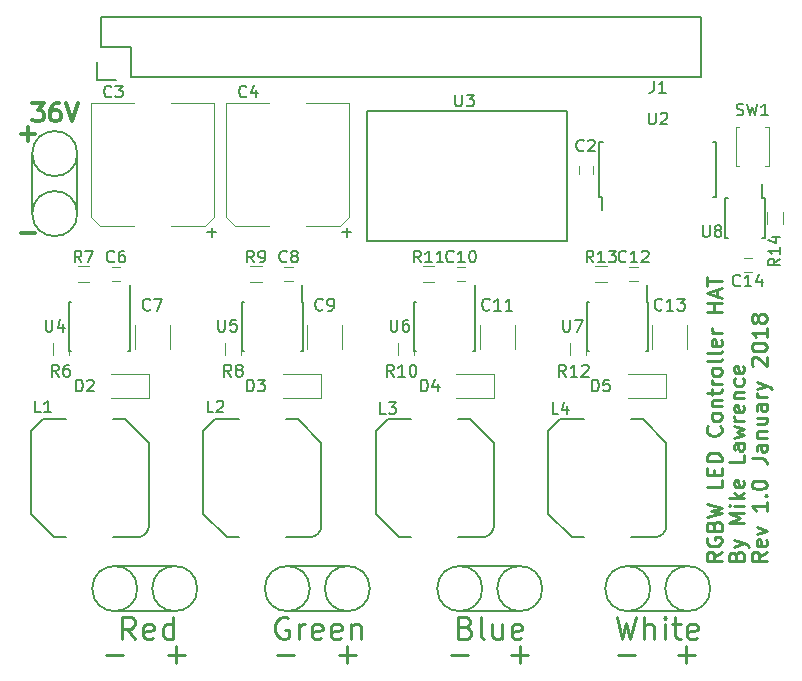
<source format=gto>
G04 #@! TF.GenerationSoftware,KiCad,Pcbnew,(2018-01-11 revision 6f2beeb)-master*
G04 #@! TF.CreationDate,2018-01-26T06:56:05-06:00*
G04 #@! TF.ProjectId,RPi-HAT-RGBW-LED-Controller,5250692D4841542D524742572D4C4544,rev?*
G04 #@! TF.SameCoordinates,Original*
G04 #@! TF.FileFunction,Legend,Top*
G04 #@! TF.FilePolarity,Positive*
%FSLAX46Y46*%
G04 Gerber Fmt 4.6, Leading zero omitted, Abs format (unit mm)*
G04 Created by KiCad (PCBNEW (2018-01-11 revision 6f2beeb)-master) date Friday, January 26, 2018 'AMt' 06:56:05 AM*
%MOMM*%
%LPD*%
G01*
G04 APERTURE LIST*
%ADD10C,0.304800*%
%ADD11C,0.254000*%
%ADD12C,0.120000*%
%ADD13C,0.152400*%
%ADD14C,0.150000*%
G04 APERTURE END LIST*
D10*
X26343428Y-49257857D02*
X27504571Y-49257857D01*
X26343428Y-40875857D02*
X27504571Y-40875857D01*
X26924000Y-41456428D02*
X26924000Y-40295285D01*
X27323142Y-38281428D02*
X28266571Y-38281428D01*
X27758571Y-38862000D01*
X27976285Y-38862000D01*
X28121428Y-38934571D01*
X28194000Y-39007142D01*
X28266571Y-39152285D01*
X28266571Y-39515142D01*
X28194000Y-39660285D01*
X28121428Y-39732857D01*
X27976285Y-39805428D01*
X27540857Y-39805428D01*
X27395714Y-39732857D01*
X27323142Y-39660285D01*
X29572857Y-38281428D02*
X29282571Y-38281428D01*
X29137428Y-38354000D01*
X29064857Y-38426571D01*
X28919714Y-38644285D01*
X28847142Y-38934571D01*
X28847142Y-39515142D01*
X28919714Y-39660285D01*
X28992285Y-39732857D01*
X29137428Y-39805428D01*
X29427714Y-39805428D01*
X29572857Y-39732857D01*
X29645428Y-39660285D01*
X29718000Y-39515142D01*
X29718000Y-39152285D01*
X29645428Y-39007142D01*
X29572857Y-38934571D01*
X29427714Y-38862000D01*
X29137428Y-38862000D01*
X28992285Y-38934571D01*
X28919714Y-39007142D01*
X28847142Y-39152285D01*
X30153428Y-38281428D02*
X30661428Y-39805428D01*
X31169428Y-38281428D01*
D11*
X76871285Y-84972071D02*
X78322714Y-84972071D01*
X76771500Y-81760785D02*
X77225071Y-83665785D01*
X77587928Y-82305071D01*
X77950785Y-83665785D01*
X78404357Y-81760785D01*
X79130071Y-83665785D02*
X79130071Y-81760785D01*
X79946500Y-83665785D02*
X79946500Y-82667928D01*
X79855785Y-82486500D01*
X79674357Y-82395785D01*
X79402214Y-82395785D01*
X79220785Y-82486500D01*
X79130071Y-82577214D01*
X80853642Y-83665785D02*
X80853642Y-82395785D01*
X80853642Y-81760785D02*
X80762928Y-81851500D01*
X80853642Y-81942214D01*
X80944357Y-81851500D01*
X80853642Y-81760785D01*
X80853642Y-81942214D01*
X81488642Y-82395785D02*
X82214357Y-82395785D01*
X81760785Y-81760785D02*
X81760785Y-83393642D01*
X81851500Y-83575071D01*
X82032928Y-83665785D01*
X82214357Y-83665785D01*
X83575071Y-83575071D02*
X83393642Y-83665785D01*
X83030785Y-83665785D01*
X82849357Y-83575071D01*
X82758642Y-83393642D01*
X82758642Y-82667928D01*
X82849357Y-82486500D01*
X83030785Y-82395785D01*
X83393642Y-82395785D01*
X83575071Y-82486500D01*
X83665785Y-82667928D01*
X83665785Y-82849357D01*
X82758642Y-83030785D01*
X81951285Y-84972071D02*
X83402714Y-84972071D01*
X82677000Y-85697785D02*
X82677000Y-84246357D01*
X35995428Y-83665785D02*
X35360428Y-82758642D01*
X34906857Y-83665785D02*
X34906857Y-81760785D01*
X35632571Y-81760785D01*
X35814000Y-81851500D01*
X35904714Y-81942214D01*
X35995428Y-82123642D01*
X35995428Y-82395785D01*
X35904714Y-82577214D01*
X35814000Y-82667928D01*
X35632571Y-82758642D01*
X34906857Y-82758642D01*
X37537571Y-83575071D02*
X37356142Y-83665785D01*
X36993285Y-83665785D01*
X36811857Y-83575071D01*
X36721142Y-83393642D01*
X36721142Y-82667928D01*
X36811857Y-82486500D01*
X36993285Y-82395785D01*
X37356142Y-82395785D01*
X37537571Y-82486500D01*
X37628285Y-82667928D01*
X37628285Y-82849357D01*
X36721142Y-83030785D01*
X39261142Y-83665785D02*
X39261142Y-81760785D01*
X39261142Y-83575071D02*
X39079714Y-83665785D01*
X38716857Y-83665785D01*
X38535428Y-83575071D01*
X38444714Y-83484357D01*
X38354000Y-83302928D01*
X38354000Y-82758642D01*
X38444714Y-82577214D01*
X38535428Y-82486500D01*
X38716857Y-82395785D01*
X39079714Y-82395785D01*
X39261142Y-82486500D01*
X48976642Y-81851500D02*
X48795214Y-81760785D01*
X48523071Y-81760785D01*
X48250928Y-81851500D01*
X48069500Y-82032928D01*
X47978785Y-82214357D01*
X47888071Y-82577214D01*
X47888071Y-82849357D01*
X47978785Y-83212214D01*
X48069500Y-83393642D01*
X48250928Y-83575071D01*
X48523071Y-83665785D01*
X48704500Y-83665785D01*
X48976642Y-83575071D01*
X49067357Y-83484357D01*
X49067357Y-82849357D01*
X48704500Y-82849357D01*
X49883785Y-83665785D02*
X49883785Y-82395785D01*
X49883785Y-82758642D02*
X49974500Y-82577214D01*
X50065214Y-82486500D01*
X50246642Y-82395785D01*
X50428071Y-82395785D01*
X51788785Y-83575071D02*
X51607357Y-83665785D01*
X51244500Y-83665785D01*
X51063071Y-83575071D01*
X50972357Y-83393642D01*
X50972357Y-82667928D01*
X51063071Y-82486500D01*
X51244500Y-82395785D01*
X51607357Y-82395785D01*
X51788785Y-82486500D01*
X51879500Y-82667928D01*
X51879500Y-82849357D01*
X50972357Y-83030785D01*
X53421642Y-83575071D02*
X53240214Y-83665785D01*
X52877357Y-83665785D01*
X52695928Y-83575071D01*
X52605214Y-83393642D01*
X52605214Y-82667928D01*
X52695928Y-82486500D01*
X52877357Y-82395785D01*
X53240214Y-82395785D01*
X53421642Y-82486500D01*
X53512357Y-82667928D01*
X53512357Y-82849357D01*
X52605214Y-83030785D01*
X54328785Y-82395785D02*
X54328785Y-83665785D01*
X54328785Y-82577214D02*
X54419500Y-82486500D01*
X54600928Y-82395785D01*
X54873071Y-82395785D01*
X55054500Y-82486500D01*
X55145214Y-82667928D01*
X55145214Y-83665785D01*
X38771285Y-84972071D02*
X40222714Y-84972071D01*
X39497000Y-85697785D02*
X39497000Y-84246357D01*
X33564285Y-84972071D02*
X35015714Y-84972071D01*
X67854285Y-84972071D02*
X69305714Y-84972071D01*
X68580000Y-85697785D02*
X68580000Y-84246357D01*
X62774285Y-84972071D02*
X64225714Y-84972071D01*
X63998928Y-82667928D02*
X64271071Y-82758642D01*
X64361785Y-82849357D01*
X64452500Y-83030785D01*
X64452500Y-83302928D01*
X64361785Y-83484357D01*
X64271071Y-83575071D01*
X64089642Y-83665785D01*
X63363928Y-83665785D01*
X63363928Y-81760785D01*
X63998928Y-81760785D01*
X64180357Y-81851500D01*
X64271071Y-81942214D01*
X64361785Y-82123642D01*
X64361785Y-82305071D01*
X64271071Y-82486500D01*
X64180357Y-82577214D01*
X63998928Y-82667928D01*
X63363928Y-82667928D01*
X65541071Y-83665785D02*
X65359642Y-83575071D01*
X65268928Y-83393642D01*
X65268928Y-81760785D01*
X67083214Y-82395785D02*
X67083214Y-83665785D01*
X66266785Y-82395785D02*
X66266785Y-83393642D01*
X66357500Y-83575071D01*
X66538928Y-83665785D01*
X66811071Y-83665785D01*
X66992500Y-83575071D01*
X67083214Y-83484357D01*
X68716071Y-83575071D02*
X68534642Y-83665785D01*
X68171785Y-83665785D01*
X67990357Y-83575071D01*
X67899642Y-83393642D01*
X67899642Y-82667928D01*
X67990357Y-82486500D01*
X68171785Y-82395785D01*
X68534642Y-82395785D01*
X68716071Y-82486500D01*
X68806785Y-82667928D01*
X68806785Y-82849357D01*
X67899642Y-83030785D01*
X53249285Y-84972071D02*
X54700714Y-84972071D01*
X53975000Y-85697785D02*
X53975000Y-84246357D01*
X48042285Y-84972071D02*
X49493714Y-84972071D01*
X89474523Y-76276804D02*
X88869761Y-76700138D01*
X89474523Y-77002519D02*
X88204523Y-77002519D01*
X88204523Y-76518709D01*
X88265000Y-76397757D01*
X88325476Y-76337280D01*
X88446428Y-76276804D01*
X88627857Y-76276804D01*
X88748809Y-76337280D01*
X88809285Y-76397757D01*
X88869761Y-76518709D01*
X88869761Y-77002519D01*
X89414047Y-75248709D02*
X89474523Y-75369661D01*
X89474523Y-75611566D01*
X89414047Y-75732519D01*
X89293095Y-75792995D01*
X88809285Y-75792995D01*
X88688333Y-75732519D01*
X88627857Y-75611566D01*
X88627857Y-75369661D01*
X88688333Y-75248709D01*
X88809285Y-75188233D01*
X88930238Y-75188233D01*
X89051190Y-75792995D01*
X88627857Y-74764900D02*
X89474523Y-74462519D01*
X88627857Y-74160138D01*
X89474523Y-72043471D02*
X89474523Y-72769185D01*
X89474523Y-72406328D02*
X88204523Y-72406328D01*
X88385952Y-72527280D01*
X88506904Y-72648233D01*
X88567380Y-72769185D01*
X89353571Y-71499185D02*
X89414047Y-71438709D01*
X89474523Y-71499185D01*
X89414047Y-71559661D01*
X89353571Y-71499185D01*
X89474523Y-71499185D01*
X88204523Y-70652519D02*
X88204523Y-70531566D01*
X88265000Y-70410614D01*
X88325476Y-70350138D01*
X88446428Y-70289661D01*
X88688333Y-70229185D01*
X88990714Y-70229185D01*
X89232619Y-70289661D01*
X89353571Y-70350138D01*
X89414047Y-70410614D01*
X89474523Y-70531566D01*
X89474523Y-70652519D01*
X89414047Y-70773471D01*
X89353571Y-70833947D01*
X89232619Y-70894423D01*
X88990714Y-70954900D01*
X88688333Y-70954900D01*
X88446428Y-70894423D01*
X88325476Y-70833947D01*
X88265000Y-70773471D01*
X88204523Y-70652519D01*
X88204523Y-68354423D02*
X89111666Y-68354423D01*
X89293095Y-68414900D01*
X89414047Y-68535852D01*
X89474523Y-68717280D01*
X89474523Y-68838233D01*
X89474523Y-67205376D02*
X88809285Y-67205376D01*
X88688333Y-67265852D01*
X88627857Y-67386804D01*
X88627857Y-67628709D01*
X88688333Y-67749661D01*
X89414047Y-67205376D02*
X89474523Y-67326328D01*
X89474523Y-67628709D01*
X89414047Y-67749661D01*
X89293095Y-67810138D01*
X89172142Y-67810138D01*
X89051190Y-67749661D01*
X88990714Y-67628709D01*
X88990714Y-67326328D01*
X88930238Y-67205376D01*
X88627857Y-66600614D02*
X89474523Y-66600614D01*
X88748809Y-66600614D02*
X88688333Y-66540138D01*
X88627857Y-66419185D01*
X88627857Y-66237757D01*
X88688333Y-66116804D01*
X88809285Y-66056328D01*
X89474523Y-66056328D01*
X88627857Y-64907280D02*
X89474523Y-64907280D01*
X88627857Y-65451566D02*
X89293095Y-65451566D01*
X89414047Y-65391090D01*
X89474523Y-65270138D01*
X89474523Y-65088709D01*
X89414047Y-64967757D01*
X89353571Y-64907280D01*
X89474523Y-63758233D02*
X88809285Y-63758233D01*
X88688333Y-63818709D01*
X88627857Y-63939661D01*
X88627857Y-64181566D01*
X88688333Y-64302519D01*
X89414047Y-63758233D02*
X89474523Y-63879185D01*
X89474523Y-64181566D01*
X89414047Y-64302519D01*
X89293095Y-64362995D01*
X89172142Y-64362995D01*
X89051190Y-64302519D01*
X88990714Y-64181566D01*
X88990714Y-63879185D01*
X88930238Y-63758233D01*
X89474523Y-63153471D02*
X88627857Y-63153471D01*
X88869761Y-63153471D02*
X88748809Y-63092995D01*
X88688333Y-63032519D01*
X88627857Y-62911566D01*
X88627857Y-62790614D01*
X88627857Y-62488233D02*
X89474523Y-62185852D01*
X88627857Y-61883471D02*
X89474523Y-62185852D01*
X89776904Y-62306804D01*
X89837380Y-62367280D01*
X89897857Y-62488233D01*
X88325476Y-60492519D02*
X88265000Y-60432042D01*
X88204523Y-60311090D01*
X88204523Y-60008709D01*
X88265000Y-59887757D01*
X88325476Y-59827280D01*
X88446428Y-59766804D01*
X88567380Y-59766804D01*
X88748809Y-59827280D01*
X89474523Y-60552995D01*
X89474523Y-59766804D01*
X88204523Y-58980614D02*
X88204523Y-58859661D01*
X88265000Y-58738709D01*
X88325476Y-58678233D01*
X88446428Y-58617757D01*
X88688333Y-58557280D01*
X88990714Y-58557280D01*
X89232619Y-58617757D01*
X89353571Y-58678233D01*
X89414047Y-58738709D01*
X89474523Y-58859661D01*
X89474523Y-58980614D01*
X89414047Y-59101566D01*
X89353571Y-59162042D01*
X89232619Y-59222519D01*
X88990714Y-59282995D01*
X88688333Y-59282995D01*
X88446428Y-59222519D01*
X88325476Y-59162042D01*
X88265000Y-59101566D01*
X88204523Y-58980614D01*
X89474523Y-57347757D02*
X89474523Y-58073471D01*
X89474523Y-57710614D02*
X88204523Y-57710614D01*
X88385952Y-57831566D01*
X88506904Y-57952519D01*
X88567380Y-58073471D01*
X88748809Y-56622042D02*
X88688333Y-56742995D01*
X88627857Y-56803471D01*
X88506904Y-56863947D01*
X88446428Y-56863947D01*
X88325476Y-56803471D01*
X88265000Y-56742995D01*
X88204523Y-56622042D01*
X88204523Y-56380138D01*
X88265000Y-56259185D01*
X88325476Y-56198709D01*
X88446428Y-56138233D01*
X88506904Y-56138233D01*
X88627857Y-56198709D01*
X88688333Y-56259185D01*
X88748809Y-56380138D01*
X88748809Y-56622042D01*
X88809285Y-56742995D01*
X88869761Y-56803471D01*
X88990714Y-56863947D01*
X89232619Y-56863947D01*
X89353571Y-56803471D01*
X89414047Y-56742995D01*
X89474523Y-56622042D01*
X89474523Y-56380138D01*
X89414047Y-56259185D01*
X89353571Y-56198709D01*
X89232619Y-56138233D01*
X88990714Y-56138233D01*
X88869761Y-56198709D01*
X88809285Y-56259185D01*
X88748809Y-56380138D01*
X86904285Y-76579185D02*
X86964761Y-76397757D01*
X87025238Y-76337280D01*
X87146190Y-76276804D01*
X87327619Y-76276804D01*
X87448571Y-76337280D01*
X87509047Y-76397757D01*
X87569523Y-76518709D01*
X87569523Y-77002519D01*
X86299523Y-77002519D01*
X86299523Y-76579185D01*
X86360000Y-76458233D01*
X86420476Y-76397757D01*
X86541428Y-76337280D01*
X86662380Y-76337280D01*
X86783333Y-76397757D01*
X86843809Y-76458233D01*
X86904285Y-76579185D01*
X86904285Y-77002519D01*
X86722857Y-75853471D02*
X87569523Y-75551090D01*
X86722857Y-75248709D02*
X87569523Y-75551090D01*
X87871904Y-75672042D01*
X87932380Y-75732519D01*
X87992857Y-75853471D01*
X87569523Y-73797280D02*
X86299523Y-73797280D01*
X87206666Y-73373947D01*
X86299523Y-72950614D01*
X87569523Y-72950614D01*
X87569523Y-72345852D02*
X86722857Y-72345852D01*
X86299523Y-72345852D02*
X86360000Y-72406328D01*
X86420476Y-72345852D01*
X86360000Y-72285376D01*
X86299523Y-72345852D01*
X86420476Y-72345852D01*
X87569523Y-71741090D02*
X86299523Y-71741090D01*
X87085714Y-71620138D02*
X87569523Y-71257280D01*
X86722857Y-71257280D02*
X87206666Y-71741090D01*
X87509047Y-70229185D02*
X87569523Y-70350138D01*
X87569523Y-70592042D01*
X87509047Y-70712995D01*
X87388095Y-70773471D01*
X86904285Y-70773471D01*
X86783333Y-70712995D01*
X86722857Y-70592042D01*
X86722857Y-70350138D01*
X86783333Y-70229185D01*
X86904285Y-70168709D01*
X87025238Y-70168709D01*
X87146190Y-70773471D01*
X87569523Y-68052042D02*
X87569523Y-68656804D01*
X86299523Y-68656804D01*
X87569523Y-67084423D02*
X86904285Y-67084423D01*
X86783333Y-67144900D01*
X86722857Y-67265852D01*
X86722857Y-67507757D01*
X86783333Y-67628709D01*
X87509047Y-67084423D02*
X87569523Y-67205376D01*
X87569523Y-67507757D01*
X87509047Y-67628709D01*
X87388095Y-67689185D01*
X87267142Y-67689185D01*
X87146190Y-67628709D01*
X87085714Y-67507757D01*
X87085714Y-67205376D01*
X87025238Y-67084423D01*
X86722857Y-66600614D02*
X87569523Y-66358709D01*
X86964761Y-66116804D01*
X87569523Y-65874900D01*
X86722857Y-65632995D01*
X87569523Y-65149185D02*
X86722857Y-65149185D01*
X86964761Y-65149185D02*
X86843809Y-65088709D01*
X86783333Y-65028233D01*
X86722857Y-64907280D01*
X86722857Y-64786328D01*
X87509047Y-63879185D02*
X87569523Y-64000138D01*
X87569523Y-64242042D01*
X87509047Y-64362995D01*
X87388095Y-64423471D01*
X86904285Y-64423471D01*
X86783333Y-64362995D01*
X86722857Y-64242042D01*
X86722857Y-64000138D01*
X86783333Y-63879185D01*
X86904285Y-63818709D01*
X87025238Y-63818709D01*
X87146190Y-64423471D01*
X86722857Y-63274423D02*
X87569523Y-63274423D01*
X86843809Y-63274423D02*
X86783333Y-63213947D01*
X86722857Y-63092995D01*
X86722857Y-62911566D01*
X86783333Y-62790614D01*
X86904285Y-62730138D01*
X87569523Y-62730138D01*
X87509047Y-61581090D02*
X87569523Y-61702042D01*
X87569523Y-61943947D01*
X87509047Y-62064900D01*
X87448571Y-62125376D01*
X87327619Y-62185852D01*
X86964761Y-62185852D01*
X86843809Y-62125376D01*
X86783333Y-62064900D01*
X86722857Y-61943947D01*
X86722857Y-61702042D01*
X86783333Y-61581090D01*
X87509047Y-60552995D02*
X87569523Y-60673947D01*
X87569523Y-60915852D01*
X87509047Y-61036804D01*
X87388095Y-61097280D01*
X86904285Y-61097280D01*
X86783333Y-61036804D01*
X86722857Y-60915852D01*
X86722857Y-60673947D01*
X86783333Y-60552995D01*
X86904285Y-60492519D01*
X87025238Y-60492519D01*
X87146190Y-61097280D01*
X85664523Y-76276804D02*
X85059761Y-76700138D01*
X85664523Y-77002519D02*
X84394523Y-77002519D01*
X84394523Y-76518709D01*
X84455000Y-76397757D01*
X84515476Y-76337280D01*
X84636428Y-76276804D01*
X84817857Y-76276804D01*
X84938809Y-76337280D01*
X84999285Y-76397757D01*
X85059761Y-76518709D01*
X85059761Y-77002519D01*
X84455000Y-75067280D02*
X84394523Y-75188233D01*
X84394523Y-75369661D01*
X84455000Y-75551090D01*
X84575952Y-75672042D01*
X84696904Y-75732519D01*
X84938809Y-75792995D01*
X85120238Y-75792995D01*
X85362142Y-75732519D01*
X85483095Y-75672042D01*
X85604047Y-75551090D01*
X85664523Y-75369661D01*
X85664523Y-75248709D01*
X85604047Y-75067280D01*
X85543571Y-75006804D01*
X85120238Y-75006804D01*
X85120238Y-75248709D01*
X84999285Y-74039185D02*
X85059761Y-73857757D01*
X85120238Y-73797280D01*
X85241190Y-73736804D01*
X85422619Y-73736804D01*
X85543571Y-73797280D01*
X85604047Y-73857757D01*
X85664523Y-73978709D01*
X85664523Y-74462519D01*
X84394523Y-74462519D01*
X84394523Y-74039185D01*
X84455000Y-73918233D01*
X84515476Y-73857757D01*
X84636428Y-73797280D01*
X84757380Y-73797280D01*
X84878333Y-73857757D01*
X84938809Y-73918233D01*
X84999285Y-74039185D01*
X84999285Y-74462519D01*
X84394523Y-73313471D02*
X85664523Y-73011090D01*
X84757380Y-72769185D01*
X85664523Y-72527280D01*
X84394523Y-72224900D01*
X85664523Y-70168709D02*
X85664523Y-70773471D01*
X84394523Y-70773471D01*
X84999285Y-69745376D02*
X84999285Y-69322042D01*
X85664523Y-69140614D02*
X85664523Y-69745376D01*
X84394523Y-69745376D01*
X84394523Y-69140614D01*
X85664523Y-68596328D02*
X84394523Y-68596328D01*
X84394523Y-68293947D01*
X84455000Y-68112519D01*
X84575952Y-67991566D01*
X84696904Y-67931090D01*
X84938809Y-67870614D01*
X85120238Y-67870614D01*
X85362142Y-67931090D01*
X85483095Y-67991566D01*
X85604047Y-68112519D01*
X85664523Y-68293947D01*
X85664523Y-68596328D01*
X85543571Y-65632995D02*
X85604047Y-65693471D01*
X85664523Y-65874900D01*
X85664523Y-65995852D01*
X85604047Y-66177280D01*
X85483095Y-66298233D01*
X85362142Y-66358709D01*
X85120238Y-66419185D01*
X84938809Y-66419185D01*
X84696904Y-66358709D01*
X84575952Y-66298233D01*
X84455000Y-66177280D01*
X84394523Y-65995852D01*
X84394523Y-65874900D01*
X84455000Y-65693471D01*
X84515476Y-65632995D01*
X85664523Y-64907280D02*
X85604047Y-65028233D01*
X85543571Y-65088709D01*
X85422619Y-65149185D01*
X85059761Y-65149185D01*
X84938809Y-65088709D01*
X84878333Y-65028233D01*
X84817857Y-64907280D01*
X84817857Y-64725852D01*
X84878333Y-64604900D01*
X84938809Y-64544423D01*
X85059761Y-64483947D01*
X85422619Y-64483947D01*
X85543571Y-64544423D01*
X85604047Y-64604900D01*
X85664523Y-64725852D01*
X85664523Y-64907280D01*
X84817857Y-63939661D02*
X85664523Y-63939661D01*
X84938809Y-63939661D02*
X84878333Y-63879185D01*
X84817857Y-63758233D01*
X84817857Y-63576804D01*
X84878333Y-63455852D01*
X84999285Y-63395376D01*
X85664523Y-63395376D01*
X84817857Y-62972042D02*
X84817857Y-62488233D01*
X84394523Y-62790614D02*
X85483095Y-62790614D01*
X85604047Y-62730138D01*
X85664523Y-62609185D01*
X85664523Y-62488233D01*
X85664523Y-62064900D02*
X84817857Y-62064900D01*
X85059761Y-62064900D02*
X84938809Y-62004423D01*
X84878333Y-61943947D01*
X84817857Y-61822995D01*
X84817857Y-61702042D01*
X85664523Y-61097280D02*
X85604047Y-61218233D01*
X85543571Y-61278709D01*
X85422619Y-61339185D01*
X85059761Y-61339185D01*
X84938809Y-61278709D01*
X84878333Y-61218233D01*
X84817857Y-61097280D01*
X84817857Y-60915852D01*
X84878333Y-60794900D01*
X84938809Y-60734423D01*
X85059761Y-60673947D01*
X85422619Y-60673947D01*
X85543571Y-60734423D01*
X85604047Y-60794900D01*
X85664523Y-60915852D01*
X85664523Y-61097280D01*
X85664523Y-59948233D02*
X85604047Y-60069185D01*
X85483095Y-60129661D01*
X84394523Y-60129661D01*
X85664523Y-59282995D02*
X85604047Y-59403947D01*
X85483095Y-59464423D01*
X84394523Y-59464423D01*
X85604047Y-58315376D02*
X85664523Y-58436328D01*
X85664523Y-58678233D01*
X85604047Y-58799185D01*
X85483095Y-58859661D01*
X84999285Y-58859661D01*
X84878333Y-58799185D01*
X84817857Y-58678233D01*
X84817857Y-58436328D01*
X84878333Y-58315376D01*
X84999285Y-58254900D01*
X85120238Y-58254900D01*
X85241190Y-58859661D01*
X85664523Y-57710614D02*
X84817857Y-57710614D01*
X85059761Y-57710614D02*
X84938809Y-57650138D01*
X84878333Y-57589661D01*
X84817857Y-57468709D01*
X84817857Y-57347757D01*
X85664523Y-55956804D02*
X84394523Y-55956804D01*
X84999285Y-55956804D02*
X84999285Y-55231090D01*
X85664523Y-55231090D02*
X84394523Y-55231090D01*
X85301666Y-54686804D02*
X85301666Y-54082042D01*
X85664523Y-54807757D02*
X84394523Y-54384423D01*
X85664523Y-53961090D01*
X84394523Y-53719185D02*
X84394523Y-52993471D01*
X85664523Y-53356328D02*
X84394523Y-53356328D01*
D12*
X43685000Y-47884000D02*
X43685000Y-38224000D01*
X44445000Y-48644000D02*
X43685000Y-47884000D01*
X54105000Y-47884000D02*
X53345000Y-48644000D01*
X54105000Y-38224000D02*
X54105000Y-47884000D01*
X43685000Y-38224000D02*
X47335000Y-38224000D01*
X54105000Y-38224000D02*
X50455000Y-38224000D01*
X53345000Y-48644000D02*
X50455000Y-48644000D01*
X44445000Y-48644000D02*
X47335000Y-48644000D01*
D13*
X79629000Y-79375000D02*
G75*
G03X79629000Y-79375000I-1905000J0D01*
G01*
X84709000Y-79375000D02*
G75*
G03X84709000Y-79375000I-1905000J0D01*
G01*
X82804000Y-81280000D02*
X77724000Y-81280000D01*
X82804000Y-77470000D02*
X77724000Y-77470000D01*
X36195000Y-79375000D02*
G75*
G03X36195000Y-79375000I-1905000J0D01*
G01*
X41275000Y-79375000D02*
G75*
G03X41275000Y-79375000I-1905000J0D01*
G01*
X39370000Y-81280000D02*
X34290000Y-81280000D01*
X39370000Y-77470000D02*
X34290000Y-77470000D01*
X50800000Y-79375000D02*
G75*
G03X50800000Y-79375000I-1905000J0D01*
G01*
X55880000Y-79375000D02*
G75*
G03X55880000Y-79375000I-1905000J0D01*
G01*
X53975000Y-81280000D02*
X48895000Y-81280000D01*
X53975000Y-77470000D02*
X48895000Y-77470000D01*
X65405000Y-79375000D02*
G75*
G03X65405000Y-79375000I-1905000J0D01*
G01*
X70485000Y-79375000D02*
G75*
G03X70485000Y-79375000I-1905000J0D01*
G01*
X68580000Y-81280000D02*
X63500000Y-81280000D01*
X68580000Y-77470000D02*
X63500000Y-77470000D01*
X31115000Y-42545000D02*
G75*
G03X31115000Y-42545000I-1905000J0D01*
G01*
X31115000Y-47625000D02*
G75*
G03X31115000Y-47625000I-1905000J0D01*
G01*
X27305000Y-47625000D02*
X27305000Y-42545000D01*
X31115000Y-47625000D02*
X31115000Y-42545000D01*
D12*
X77765400Y-63230000D02*
X80965400Y-63230000D01*
X80965400Y-61230000D02*
X77765400Y-61230000D01*
X80965400Y-61230000D02*
X80965400Y-63230000D01*
X79800000Y-57077100D02*
X79800000Y-59077100D01*
X82760000Y-59077100D02*
X82760000Y-57077100D01*
X75950000Y-53385000D02*
X74950000Y-53385000D01*
X74950000Y-52025000D02*
X75950000Y-52025000D01*
X77870000Y-52105000D02*
X78570000Y-52105000D01*
X78570000Y-53305000D02*
X77870000Y-53305000D01*
D13*
X78996800Y-65027800D02*
X77996800Y-65027800D01*
X71996800Y-65027800D02*
X73996800Y-65027800D01*
X72996800Y-75027800D02*
X73996800Y-75027800D01*
X79996800Y-75027800D02*
X77996800Y-75027800D01*
X79996800Y-75027800D02*
G75*
G03X80996800Y-74027800I0J1000000D01*
G01*
X80996800Y-67027800D02*
X80996800Y-74027800D01*
X78996800Y-65027800D02*
X80996800Y-67027800D01*
X72996800Y-75027800D02*
X70996800Y-73027800D01*
X70996800Y-73027800D02*
X70996800Y-66027800D01*
X70996800Y-66027800D02*
X71996800Y-65027800D01*
D14*
X79410000Y-55075000D02*
X79360000Y-55075000D01*
X79410000Y-59225000D02*
X79265000Y-59225000D01*
X74260000Y-59225000D02*
X74405000Y-59225000D01*
X74260000Y-55075000D02*
X74405000Y-55075000D01*
X79410000Y-55075000D02*
X79410000Y-59225000D01*
X74260000Y-55075000D02*
X74260000Y-59225000D01*
X79360000Y-55075000D02*
X79360000Y-53675000D01*
D12*
X72853000Y-59600000D02*
X72853000Y-58600000D01*
X74213000Y-58600000D02*
X74213000Y-59600000D01*
X63265000Y-52105000D02*
X63965000Y-52105000D01*
X63965000Y-53305000D02*
X63265000Y-53305000D01*
X61345000Y-53385000D02*
X60345000Y-53385000D01*
X60345000Y-52025000D02*
X61345000Y-52025000D01*
X65195000Y-57077100D02*
X65195000Y-59077100D01*
X68155000Y-59077100D02*
X68155000Y-57077100D01*
X63160400Y-63230000D02*
X66360400Y-63230000D01*
X66360400Y-61230000D02*
X63160400Y-61230000D01*
X66360400Y-61230000D02*
X66360400Y-63230000D01*
X58248000Y-59600000D02*
X58248000Y-58600000D01*
X59608000Y-58600000D02*
X59608000Y-59600000D01*
D14*
X64805000Y-55075000D02*
X64755000Y-55075000D01*
X64805000Y-59225000D02*
X64660000Y-59225000D01*
X59655000Y-59225000D02*
X59800000Y-59225000D01*
X59655000Y-55075000D02*
X59800000Y-55075000D01*
X64805000Y-55075000D02*
X64805000Y-59225000D01*
X59655000Y-55075000D02*
X59655000Y-59225000D01*
X64755000Y-55075000D02*
X64755000Y-53675000D01*
D12*
X48660000Y-52105000D02*
X49360000Y-52105000D01*
X49360000Y-53305000D02*
X48660000Y-53305000D01*
X46740000Y-53385000D02*
X45740000Y-53385000D01*
X45740000Y-52025000D02*
X46740000Y-52025000D01*
X50590000Y-57077100D02*
X50590000Y-59077100D01*
X53550000Y-59077100D02*
X53550000Y-57077100D01*
X48555400Y-63230000D02*
X51755400Y-63230000D01*
X51755400Y-61230000D02*
X48555400Y-61230000D01*
X51755400Y-61230000D02*
X51755400Y-63230000D01*
X43643000Y-59600000D02*
X43643000Y-58600000D01*
X45003000Y-58600000D02*
X45003000Y-59600000D01*
D14*
X50200000Y-55075000D02*
X50150000Y-55075000D01*
X50200000Y-59225000D02*
X50055000Y-59225000D01*
X45050000Y-59225000D02*
X45195000Y-59225000D01*
X45050000Y-55075000D02*
X45195000Y-55075000D01*
X50200000Y-55075000D02*
X50200000Y-59225000D01*
X45050000Y-55075000D02*
X45050000Y-59225000D01*
X50150000Y-55075000D02*
X50150000Y-53675000D01*
X83900000Y-30960000D02*
X33100000Y-30960000D01*
X35640000Y-36040000D02*
X83900000Y-36040000D01*
X83900000Y-30960000D02*
X83900000Y-36040000D01*
X33100000Y-30960000D02*
X33100000Y-33500000D01*
X32820000Y-34770000D02*
X32820000Y-36320000D01*
X33100000Y-33500000D02*
X35640000Y-33500000D01*
X35640000Y-33500000D02*
X35640000Y-36040000D01*
X32820000Y-36320000D02*
X34370000Y-36320000D01*
D12*
X73563182Y-44292000D02*
X73563182Y-43592000D01*
X74763182Y-43592000D02*
X74763182Y-44292000D01*
D14*
X75284182Y-46211000D02*
X75509182Y-46211000D01*
X75284182Y-41561000D02*
X75609182Y-41561000D01*
X85234182Y-41561000D02*
X84909182Y-41561000D01*
X85234182Y-46211000D02*
X84909182Y-46211000D01*
X75284182Y-46211000D02*
X75284182Y-41561000D01*
X85234182Y-46211000D02*
X85234182Y-41561000D01*
X75509182Y-46211000D02*
X75509182Y-47286000D01*
D12*
X89365000Y-43560000D02*
X89665000Y-43560000D01*
X89665000Y-43560000D02*
X89665000Y-40260000D01*
X89665000Y-40260000D02*
X89365000Y-40260000D01*
X87165000Y-43560000D02*
X86865000Y-43560000D01*
X86865000Y-43560000D02*
X86865000Y-40260000D01*
X86865000Y-40260000D02*
X87165000Y-40260000D01*
X34055000Y-52105000D02*
X34755000Y-52105000D01*
X34755000Y-53305000D02*
X34055000Y-53305000D01*
X35985000Y-57077100D02*
X35985000Y-59077100D01*
X38945000Y-59077100D02*
X38945000Y-57077100D01*
X29038000Y-59600000D02*
X29038000Y-58600000D01*
X30398000Y-58600000D02*
X30398000Y-59600000D01*
X32135000Y-53385000D02*
X31135000Y-53385000D01*
X31135000Y-52025000D02*
X32135000Y-52025000D01*
X33950400Y-63230000D02*
X37150400Y-63230000D01*
X37150400Y-61230000D02*
X33950400Y-61230000D01*
X37150400Y-61230000D02*
X37150400Y-63230000D01*
D14*
X35595000Y-55075000D02*
X35545000Y-55075000D01*
X35595000Y-59225000D02*
X35450000Y-59225000D01*
X30445000Y-59225000D02*
X30590000Y-59225000D01*
X30445000Y-55075000D02*
X30590000Y-55075000D01*
X35595000Y-55075000D02*
X35595000Y-59225000D01*
X30445000Y-55075000D02*
X30445000Y-59225000D01*
X35545000Y-55075000D02*
X35545000Y-53675000D01*
D13*
X35181800Y-65027800D02*
X34181800Y-65027800D01*
X28181800Y-65027800D02*
X30181800Y-65027800D01*
X29181800Y-75027800D02*
X30181800Y-75027800D01*
X36181800Y-75027800D02*
X34181800Y-75027800D01*
X36181800Y-75027800D02*
G75*
G03X37181800Y-74027800I0J1000000D01*
G01*
X37181800Y-67027800D02*
X37181800Y-74027800D01*
X35181800Y-65027800D02*
X37181800Y-67027800D01*
X29181800Y-75027800D02*
X27181800Y-73027800D01*
X27181800Y-73027800D02*
X27181800Y-66027800D01*
X27181800Y-66027800D02*
X28181800Y-65027800D01*
X49786800Y-65027800D02*
X48786800Y-65027800D01*
X42786800Y-65027800D02*
X44786800Y-65027800D01*
X43786800Y-75027800D02*
X44786800Y-75027800D01*
X50786800Y-75027800D02*
X48786800Y-75027800D01*
X50786800Y-75027800D02*
G75*
G03X51786800Y-74027800I0J1000000D01*
G01*
X51786800Y-67027800D02*
X51786800Y-74027800D01*
X49786800Y-65027800D02*
X51786800Y-67027800D01*
X43786800Y-75027800D02*
X41786800Y-73027800D01*
X41786800Y-73027800D02*
X41786800Y-66027800D01*
X41786800Y-66027800D02*
X42786800Y-65027800D01*
X64391800Y-65027800D02*
X63391800Y-65027800D01*
X57391800Y-65027800D02*
X59391800Y-65027800D01*
X58391800Y-75027800D02*
X59391800Y-75027800D01*
X65391800Y-75027800D02*
X63391800Y-75027800D01*
X65391800Y-75027800D02*
G75*
G03X66391800Y-74027800I0J1000000D01*
G01*
X66391800Y-67027800D02*
X66391800Y-74027800D01*
X64391800Y-65027800D02*
X66391800Y-67027800D01*
X58391800Y-75027800D02*
X56391800Y-73027800D01*
X56391800Y-73027800D02*
X56391800Y-66027800D01*
X56391800Y-66027800D02*
X57391800Y-65027800D01*
D14*
X72610000Y-38950000D02*
X55610000Y-38950000D01*
X72610000Y-49950000D02*
X72610000Y-38950000D01*
X55610000Y-49950000D02*
X72610000Y-49950000D01*
X55610000Y-38950000D02*
X55610000Y-49950000D01*
D12*
X32255000Y-47884000D02*
X32255000Y-38224000D01*
X33015000Y-48644000D02*
X32255000Y-47884000D01*
X42675000Y-47884000D02*
X41915000Y-48644000D01*
X42675000Y-38224000D02*
X42675000Y-47884000D01*
X32255000Y-38224000D02*
X35905000Y-38224000D01*
X42675000Y-38224000D02*
X39025000Y-38224000D01*
X41915000Y-48644000D02*
X39025000Y-48644000D01*
X33015000Y-48644000D02*
X35905000Y-48644000D01*
X88234000Y-52543000D02*
X87534000Y-52543000D01*
X87534000Y-51343000D02*
X88234000Y-51343000D01*
X89490000Y-48506000D02*
X89490000Y-47506000D01*
X90850000Y-47506000D02*
X90850000Y-48506000D01*
D14*
X89130000Y-46331000D02*
X89130000Y-45081000D01*
X85955000Y-46331000D02*
X85955000Y-49681000D01*
X89305000Y-46331000D02*
X89305000Y-49681000D01*
X85955000Y-46331000D02*
X86205000Y-46331000D01*
X85955000Y-49681000D02*
X86205000Y-49681000D01*
X89305000Y-49681000D02*
X89055000Y-49681000D01*
X89305000Y-46331000D02*
X89130000Y-46331000D01*
X45426333Y-37695142D02*
X45378714Y-37742761D01*
X45235857Y-37790380D01*
X45140619Y-37790380D01*
X44997761Y-37742761D01*
X44902523Y-37647523D01*
X44854904Y-37552285D01*
X44807285Y-37361809D01*
X44807285Y-37218952D01*
X44854904Y-37028476D01*
X44902523Y-36933238D01*
X44997761Y-36838000D01*
X45140619Y-36790380D01*
X45235857Y-36790380D01*
X45378714Y-36838000D01*
X45426333Y-36885619D01*
X46283476Y-37123714D02*
X46283476Y-37790380D01*
X46045380Y-36742761D02*
X45807285Y-37457047D01*
X46426333Y-37457047D01*
X53936428Y-49594952D02*
X53936428Y-48833047D01*
X54317380Y-49214000D02*
X53555476Y-49214000D01*
X74699904Y-62682380D02*
X74699904Y-61682380D01*
X74938000Y-61682380D01*
X75080857Y-61730000D01*
X75176095Y-61825238D01*
X75223714Y-61920476D01*
X75271333Y-62110952D01*
X75271333Y-62253809D01*
X75223714Y-62444285D01*
X75176095Y-62539523D01*
X75080857Y-62634761D01*
X74938000Y-62682380D01*
X74699904Y-62682380D01*
X76176095Y-61682380D02*
X75699904Y-61682380D01*
X75652285Y-62158571D01*
X75699904Y-62110952D01*
X75795142Y-62063333D01*
X76033238Y-62063333D01*
X76128476Y-62110952D01*
X76176095Y-62158571D01*
X76223714Y-62253809D01*
X76223714Y-62491904D01*
X76176095Y-62587142D01*
X76128476Y-62634761D01*
X76033238Y-62682380D01*
X75795142Y-62682380D01*
X75699904Y-62634761D01*
X75652285Y-62587142D01*
D13*
X80626857Y-55734857D02*
X80578476Y-55783238D01*
X80433333Y-55831619D01*
X80336571Y-55831619D01*
X80191428Y-55783238D01*
X80094666Y-55686476D01*
X80046285Y-55589714D01*
X79997904Y-55396190D01*
X79997904Y-55251047D01*
X80046285Y-55057523D01*
X80094666Y-54960761D01*
X80191428Y-54864000D01*
X80336571Y-54815619D01*
X80433333Y-54815619D01*
X80578476Y-54864000D01*
X80626857Y-54912380D01*
X81594476Y-55831619D02*
X81013904Y-55831619D01*
X81304190Y-55831619D02*
X81304190Y-54815619D01*
X81207428Y-54960761D01*
X81110666Y-55057523D01*
X81013904Y-55105904D01*
X81933142Y-54815619D02*
X82562095Y-54815619D01*
X82223428Y-55202666D01*
X82368571Y-55202666D01*
X82465333Y-55251047D01*
X82513714Y-55299428D01*
X82562095Y-55396190D01*
X82562095Y-55638095D01*
X82513714Y-55734857D01*
X82465333Y-55783238D01*
X82368571Y-55831619D01*
X82078285Y-55831619D01*
X81981523Y-55783238D01*
X81933142Y-55734857D01*
D14*
X74807142Y-51760380D02*
X74473809Y-51284190D01*
X74235714Y-51760380D02*
X74235714Y-50760380D01*
X74616666Y-50760380D01*
X74711904Y-50808000D01*
X74759523Y-50855619D01*
X74807142Y-50950857D01*
X74807142Y-51093714D01*
X74759523Y-51188952D01*
X74711904Y-51236571D01*
X74616666Y-51284190D01*
X74235714Y-51284190D01*
X75759523Y-51760380D02*
X75188095Y-51760380D01*
X75473809Y-51760380D02*
X75473809Y-50760380D01*
X75378571Y-50903238D01*
X75283333Y-50998476D01*
X75188095Y-51046095D01*
X76092857Y-50760380D02*
X76711904Y-50760380D01*
X76378571Y-51141333D01*
X76521428Y-51141333D01*
X76616666Y-51188952D01*
X76664285Y-51236571D01*
X76711904Y-51331809D01*
X76711904Y-51569904D01*
X76664285Y-51665142D01*
X76616666Y-51712761D01*
X76521428Y-51760380D01*
X76235714Y-51760380D01*
X76140476Y-51712761D01*
X76092857Y-51665142D01*
X77577142Y-51665142D02*
X77529523Y-51712761D01*
X77386666Y-51760380D01*
X77291428Y-51760380D01*
X77148571Y-51712761D01*
X77053333Y-51617523D01*
X77005714Y-51522285D01*
X76958095Y-51331809D01*
X76958095Y-51188952D01*
X77005714Y-50998476D01*
X77053333Y-50903238D01*
X77148571Y-50808000D01*
X77291428Y-50760380D01*
X77386666Y-50760380D01*
X77529523Y-50808000D01*
X77577142Y-50855619D01*
X78529523Y-51760380D02*
X77958095Y-51760380D01*
X78243809Y-51760380D02*
X78243809Y-50760380D01*
X78148571Y-50903238D01*
X78053333Y-50998476D01*
X77958095Y-51046095D01*
X78910476Y-50855619D02*
X78958095Y-50808000D01*
X79053333Y-50760380D01*
X79291428Y-50760380D01*
X79386666Y-50808000D01*
X79434285Y-50855619D01*
X79481904Y-50950857D01*
X79481904Y-51046095D01*
X79434285Y-51188952D01*
X78862857Y-51760380D01*
X79481904Y-51760380D01*
X71842333Y-64587380D02*
X71366142Y-64587380D01*
X71366142Y-63587380D01*
X72604238Y-63920714D02*
X72604238Y-64587380D01*
X72366142Y-63539761D02*
X72128047Y-64254047D01*
X72747095Y-64254047D01*
D13*
X72250904Y-56593619D02*
X72250904Y-57416095D01*
X72299285Y-57512857D01*
X72347666Y-57561238D01*
X72444428Y-57609619D01*
X72637952Y-57609619D01*
X72734714Y-57561238D01*
X72783095Y-57512857D01*
X72831476Y-57416095D01*
X72831476Y-56593619D01*
X73218523Y-56593619D02*
X73895857Y-56593619D01*
X73460428Y-57609619D01*
X72498857Y-61419619D02*
X72160190Y-60935809D01*
X71918285Y-61419619D02*
X71918285Y-60403619D01*
X72305333Y-60403619D01*
X72402095Y-60452000D01*
X72450476Y-60500380D01*
X72498857Y-60597142D01*
X72498857Y-60742285D01*
X72450476Y-60839047D01*
X72402095Y-60887428D01*
X72305333Y-60935809D01*
X71918285Y-60935809D01*
X73466476Y-61419619D02*
X72885904Y-61419619D01*
X73176190Y-61419619D02*
X73176190Y-60403619D01*
X73079428Y-60548761D01*
X72982666Y-60645523D01*
X72885904Y-60693904D01*
X73853523Y-60500380D02*
X73901904Y-60452000D01*
X73998666Y-60403619D01*
X74240571Y-60403619D01*
X74337333Y-60452000D01*
X74385714Y-60500380D01*
X74434095Y-60597142D01*
X74434095Y-60693904D01*
X74385714Y-60839047D01*
X73805142Y-61419619D01*
X74434095Y-61419619D01*
D14*
X62972142Y-51665142D02*
X62924523Y-51712761D01*
X62781666Y-51760380D01*
X62686428Y-51760380D01*
X62543571Y-51712761D01*
X62448333Y-51617523D01*
X62400714Y-51522285D01*
X62353095Y-51331809D01*
X62353095Y-51188952D01*
X62400714Y-50998476D01*
X62448333Y-50903238D01*
X62543571Y-50808000D01*
X62686428Y-50760380D01*
X62781666Y-50760380D01*
X62924523Y-50808000D01*
X62972142Y-50855619D01*
X63924523Y-51760380D02*
X63353095Y-51760380D01*
X63638809Y-51760380D02*
X63638809Y-50760380D01*
X63543571Y-50903238D01*
X63448333Y-50998476D01*
X63353095Y-51046095D01*
X64543571Y-50760380D02*
X64638809Y-50760380D01*
X64734047Y-50808000D01*
X64781666Y-50855619D01*
X64829285Y-50950857D01*
X64876904Y-51141333D01*
X64876904Y-51379428D01*
X64829285Y-51569904D01*
X64781666Y-51665142D01*
X64734047Y-51712761D01*
X64638809Y-51760380D01*
X64543571Y-51760380D01*
X64448333Y-51712761D01*
X64400714Y-51665142D01*
X64353095Y-51569904D01*
X64305476Y-51379428D01*
X64305476Y-51141333D01*
X64353095Y-50950857D01*
X64400714Y-50855619D01*
X64448333Y-50808000D01*
X64543571Y-50760380D01*
X60202142Y-51760380D02*
X59868809Y-51284190D01*
X59630714Y-51760380D02*
X59630714Y-50760380D01*
X60011666Y-50760380D01*
X60106904Y-50808000D01*
X60154523Y-50855619D01*
X60202142Y-50950857D01*
X60202142Y-51093714D01*
X60154523Y-51188952D01*
X60106904Y-51236571D01*
X60011666Y-51284190D01*
X59630714Y-51284190D01*
X61154523Y-51760380D02*
X60583095Y-51760380D01*
X60868809Y-51760380D02*
X60868809Y-50760380D01*
X60773571Y-50903238D01*
X60678333Y-50998476D01*
X60583095Y-51046095D01*
X62106904Y-51760380D02*
X61535476Y-51760380D01*
X61821190Y-51760380D02*
X61821190Y-50760380D01*
X61725952Y-50903238D01*
X61630714Y-50998476D01*
X61535476Y-51046095D01*
D13*
X66021857Y-55734857D02*
X65973476Y-55783238D01*
X65828333Y-55831619D01*
X65731571Y-55831619D01*
X65586428Y-55783238D01*
X65489666Y-55686476D01*
X65441285Y-55589714D01*
X65392904Y-55396190D01*
X65392904Y-55251047D01*
X65441285Y-55057523D01*
X65489666Y-54960761D01*
X65586428Y-54864000D01*
X65731571Y-54815619D01*
X65828333Y-54815619D01*
X65973476Y-54864000D01*
X66021857Y-54912380D01*
X66989476Y-55831619D02*
X66408904Y-55831619D01*
X66699190Y-55831619D02*
X66699190Y-54815619D01*
X66602428Y-54960761D01*
X66505666Y-55057523D01*
X66408904Y-55105904D01*
X67957095Y-55831619D02*
X67376523Y-55831619D01*
X67666809Y-55831619D02*
X67666809Y-54815619D01*
X67570047Y-54960761D01*
X67473285Y-55057523D01*
X67376523Y-55105904D01*
D14*
X60221904Y-62682380D02*
X60221904Y-61682380D01*
X60460000Y-61682380D01*
X60602857Y-61730000D01*
X60698095Y-61825238D01*
X60745714Y-61920476D01*
X60793333Y-62110952D01*
X60793333Y-62253809D01*
X60745714Y-62444285D01*
X60698095Y-62539523D01*
X60602857Y-62634761D01*
X60460000Y-62682380D01*
X60221904Y-62682380D01*
X61650476Y-62015714D02*
X61650476Y-62682380D01*
X61412380Y-61634761D02*
X61174285Y-62349047D01*
X61793333Y-62349047D01*
D13*
X57893857Y-61419619D02*
X57555190Y-60935809D01*
X57313285Y-61419619D02*
X57313285Y-60403619D01*
X57700333Y-60403619D01*
X57797095Y-60452000D01*
X57845476Y-60500380D01*
X57893857Y-60597142D01*
X57893857Y-60742285D01*
X57845476Y-60839047D01*
X57797095Y-60887428D01*
X57700333Y-60935809D01*
X57313285Y-60935809D01*
X58861476Y-61419619D02*
X58280904Y-61419619D01*
X58571190Y-61419619D02*
X58571190Y-60403619D01*
X58474428Y-60548761D01*
X58377666Y-60645523D01*
X58280904Y-60693904D01*
X59490428Y-60403619D02*
X59587190Y-60403619D01*
X59683952Y-60452000D01*
X59732333Y-60500380D01*
X59780714Y-60597142D01*
X59829095Y-60790666D01*
X59829095Y-61032571D01*
X59780714Y-61226095D01*
X59732333Y-61322857D01*
X59683952Y-61371238D01*
X59587190Y-61419619D01*
X59490428Y-61419619D01*
X59393666Y-61371238D01*
X59345285Y-61322857D01*
X59296904Y-61226095D01*
X59248523Y-61032571D01*
X59248523Y-60790666D01*
X59296904Y-60597142D01*
X59345285Y-60500380D01*
X59393666Y-60452000D01*
X59490428Y-60403619D01*
X57645904Y-56593619D02*
X57645904Y-57416095D01*
X57694285Y-57512857D01*
X57742666Y-57561238D01*
X57839428Y-57609619D01*
X58032952Y-57609619D01*
X58129714Y-57561238D01*
X58178095Y-57512857D01*
X58226476Y-57416095D01*
X58226476Y-56593619D01*
X59145714Y-56593619D02*
X58952190Y-56593619D01*
X58855428Y-56642000D01*
X58807047Y-56690380D01*
X58710285Y-56835523D01*
X58661904Y-57029047D01*
X58661904Y-57416095D01*
X58710285Y-57512857D01*
X58758666Y-57561238D01*
X58855428Y-57609619D01*
X59048952Y-57609619D01*
X59145714Y-57561238D01*
X59194095Y-57512857D01*
X59242476Y-57416095D01*
X59242476Y-57174190D01*
X59194095Y-57077428D01*
X59145714Y-57029047D01*
X59048952Y-56980666D01*
X58855428Y-56980666D01*
X58758666Y-57029047D01*
X58710285Y-57077428D01*
X58661904Y-57174190D01*
D14*
X48855333Y-51665142D02*
X48807714Y-51712761D01*
X48664857Y-51760380D01*
X48569619Y-51760380D01*
X48426761Y-51712761D01*
X48331523Y-51617523D01*
X48283904Y-51522285D01*
X48236285Y-51331809D01*
X48236285Y-51188952D01*
X48283904Y-50998476D01*
X48331523Y-50903238D01*
X48426761Y-50808000D01*
X48569619Y-50760380D01*
X48664857Y-50760380D01*
X48807714Y-50808000D01*
X48855333Y-50855619D01*
X49426761Y-51188952D02*
X49331523Y-51141333D01*
X49283904Y-51093714D01*
X49236285Y-50998476D01*
X49236285Y-50950857D01*
X49283904Y-50855619D01*
X49331523Y-50808000D01*
X49426761Y-50760380D01*
X49617238Y-50760380D01*
X49712476Y-50808000D01*
X49760095Y-50855619D01*
X49807714Y-50950857D01*
X49807714Y-50998476D01*
X49760095Y-51093714D01*
X49712476Y-51141333D01*
X49617238Y-51188952D01*
X49426761Y-51188952D01*
X49331523Y-51236571D01*
X49283904Y-51284190D01*
X49236285Y-51379428D01*
X49236285Y-51569904D01*
X49283904Y-51665142D01*
X49331523Y-51712761D01*
X49426761Y-51760380D01*
X49617238Y-51760380D01*
X49712476Y-51712761D01*
X49760095Y-51665142D01*
X49807714Y-51569904D01*
X49807714Y-51379428D01*
X49760095Y-51284190D01*
X49712476Y-51236571D01*
X49617238Y-51188952D01*
X46073333Y-51760380D02*
X45740000Y-51284190D01*
X45501904Y-51760380D02*
X45501904Y-50760380D01*
X45882857Y-50760380D01*
X45978095Y-50808000D01*
X46025714Y-50855619D01*
X46073333Y-50950857D01*
X46073333Y-51093714D01*
X46025714Y-51188952D01*
X45978095Y-51236571D01*
X45882857Y-51284190D01*
X45501904Y-51284190D01*
X46549523Y-51760380D02*
X46740000Y-51760380D01*
X46835238Y-51712761D01*
X46882857Y-51665142D01*
X46978095Y-51522285D01*
X47025714Y-51331809D01*
X47025714Y-50950857D01*
X46978095Y-50855619D01*
X46930476Y-50808000D01*
X46835238Y-50760380D01*
X46644761Y-50760380D01*
X46549523Y-50808000D01*
X46501904Y-50855619D01*
X46454285Y-50950857D01*
X46454285Y-51188952D01*
X46501904Y-51284190D01*
X46549523Y-51331809D01*
X46644761Y-51379428D01*
X46835238Y-51379428D01*
X46930476Y-51331809D01*
X46978095Y-51284190D01*
X47025714Y-51188952D01*
D13*
X51900666Y-55734857D02*
X51852285Y-55783238D01*
X51707142Y-55831619D01*
X51610380Y-55831619D01*
X51465238Y-55783238D01*
X51368476Y-55686476D01*
X51320095Y-55589714D01*
X51271714Y-55396190D01*
X51271714Y-55251047D01*
X51320095Y-55057523D01*
X51368476Y-54960761D01*
X51465238Y-54864000D01*
X51610380Y-54815619D01*
X51707142Y-54815619D01*
X51852285Y-54864000D01*
X51900666Y-54912380D01*
X52384476Y-55831619D02*
X52578000Y-55831619D01*
X52674761Y-55783238D01*
X52723142Y-55734857D01*
X52819904Y-55589714D01*
X52868285Y-55396190D01*
X52868285Y-55009142D01*
X52819904Y-54912380D01*
X52771523Y-54864000D01*
X52674761Y-54815619D01*
X52481238Y-54815619D01*
X52384476Y-54864000D01*
X52336095Y-54912380D01*
X52287714Y-55009142D01*
X52287714Y-55251047D01*
X52336095Y-55347809D01*
X52384476Y-55396190D01*
X52481238Y-55444571D01*
X52674761Y-55444571D01*
X52771523Y-55396190D01*
X52819904Y-55347809D01*
X52868285Y-55251047D01*
D14*
X45489904Y-62682380D02*
X45489904Y-61682380D01*
X45728000Y-61682380D01*
X45870857Y-61730000D01*
X45966095Y-61825238D01*
X46013714Y-61920476D01*
X46061333Y-62110952D01*
X46061333Y-62253809D01*
X46013714Y-62444285D01*
X45966095Y-62539523D01*
X45870857Y-62634761D01*
X45728000Y-62682380D01*
X45489904Y-62682380D01*
X46394666Y-61682380D02*
X47013714Y-61682380D01*
X46680380Y-62063333D01*
X46823238Y-62063333D01*
X46918476Y-62110952D01*
X46966095Y-62158571D01*
X47013714Y-62253809D01*
X47013714Y-62491904D01*
X46966095Y-62587142D01*
X46918476Y-62634761D01*
X46823238Y-62682380D01*
X46537523Y-62682380D01*
X46442285Y-62634761D01*
X46394666Y-62587142D01*
D13*
X44153666Y-61419619D02*
X43815000Y-60935809D01*
X43573095Y-61419619D02*
X43573095Y-60403619D01*
X43960142Y-60403619D01*
X44056904Y-60452000D01*
X44105285Y-60500380D01*
X44153666Y-60597142D01*
X44153666Y-60742285D01*
X44105285Y-60839047D01*
X44056904Y-60887428D01*
X43960142Y-60935809D01*
X43573095Y-60935809D01*
X44734238Y-60839047D02*
X44637476Y-60790666D01*
X44589095Y-60742285D01*
X44540714Y-60645523D01*
X44540714Y-60597142D01*
X44589095Y-60500380D01*
X44637476Y-60452000D01*
X44734238Y-60403619D01*
X44927761Y-60403619D01*
X45024523Y-60452000D01*
X45072904Y-60500380D01*
X45121285Y-60597142D01*
X45121285Y-60645523D01*
X45072904Y-60742285D01*
X45024523Y-60790666D01*
X44927761Y-60839047D01*
X44734238Y-60839047D01*
X44637476Y-60887428D01*
X44589095Y-60935809D01*
X44540714Y-61032571D01*
X44540714Y-61226095D01*
X44589095Y-61322857D01*
X44637476Y-61371238D01*
X44734238Y-61419619D01*
X44927761Y-61419619D01*
X45024523Y-61371238D01*
X45072904Y-61322857D01*
X45121285Y-61226095D01*
X45121285Y-61032571D01*
X45072904Y-60935809D01*
X45024523Y-60887428D01*
X44927761Y-60839047D01*
X43040904Y-56593619D02*
X43040904Y-57416095D01*
X43089285Y-57512857D01*
X43137666Y-57561238D01*
X43234428Y-57609619D01*
X43427952Y-57609619D01*
X43524714Y-57561238D01*
X43573095Y-57512857D01*
X43621476Y-57416095D01*
X43621476Y-56593619D01*
X44589095Y-56593619D02*
X44105285Y-56593619D01*
X44056904Y-57077428D01*
X44105285Y-57029047D01*
X44202047Y-56980666D01*
X44443952Y-56980666D01*
X44540714Y-57029047D01*
X44589095Y-57077428D01*
X44637476Y-57174190D01*
X44637476Y-57416095D01*
X44589095Y-57512857D01*
X44540714Y-57561238D01*
X44443952Y-57609619D01*
X44202047Y-57609619D01*
X44105285Y-57561238D01*
X44056904Y-57512857D01*
D14*
X79930666Y-36409380D02*
X79930666Y-37123666D01*
X79883047Y-37266523D01*
X79787809Y-37361761D01*
X79644952Y-37409380D01*
X79549714Y-37409380D01*
X80930666Y-37409380D02*
X80359238Y-37409380D01*
X80644952Y-37409380D02*
X80644952Y-36409380D01*
X80549714Y-36552238D01*
X80454476Y-36647476D01*
X80359238Y-36695095D01*
X74001333Y-42267142D02*
X73953714Y-42314761D01*
X73810857Y-42362380D01*
X73715619Y-42362380D01*
X73572761Y-42314761D01*
X73477523Y-42219523D01*
X73429904Y-42124285D01*
X73382285Y-41933809D01*
X73382285Y-41790952D01*
X73429904Y-41600476D01*
X73477523Y-41505238D01*
X73572761Y-41410000D01*
X73715619Y-41362380D01*
X73810857Y-41362380D01*
X73953714Y-41410000D01*
X74001333Y-41457619D01*
X74382285Y-41457619D02*
X74429904Y-41410000D01*
X74525142Y-41362380D01*
X74763238Y-41362380D01*
X74858476Y-41410000D01*
X74906095Y-41457619D01*
X74953714Y-41552857D01*
X74953714Y-41648095D01*
X74906095Y-41790952D01*
X74334666Y-42362380D01*
X74953714Y-42362380D01*
X79502095Y-39076380D02*
X79502095Y-39885904D01*
X79549714Y-39981142D01*
X79597333Y-40028761D01*
X79692571Y-40076380D01*
X79883047Y-40076380D01*
X79978285Y-40028761D01*
X80025904Y-39981142D01*
X80073523Y-39885904D01*
X80073523Y-39076380D01*
X80502095Y-39171619D02*
X80549714Y-39124000D01*
X80644952Y-39076380D01*
X80883047Y-39076380D01*
X80978285Y-39124000D01*
X81025904Y-39171619D01*
X81073523Y-39266857D01*
X81073523Y-39362095D01*
X81025904Y-39504952D01*
X80454476Y-40076380D01*
X81073523Y-40076380D01*
X86931666Y-39266761D02*
X87074523Y-39314380D01*
X87312619Y-39314380D01*
X87407857Y-39266761D01*
X87455476Y-39219142D01*
X87503095Y-39123904D01*
X87503095Y-39028666D01*
X87455476Y-38933428D01*
X87407857Y-38885809D01*
X87312619Y-38838190D01*
X87122142Y-38790571D01*
X87026904Y-38742952D01*
X86979285Y-38695333D01*
X86931666Y-38600095D01*
X86931666Y-38504857D01*
X86979285Y-38409619D01*
X87026904Y-38362000D01*
X87122142Y-38314380D01*
X87360238Y-38314380D01*
X87503095Y-38362000D01*
X87836428Y-38314380D02*
X88074523Y-39314380D01*
X88265000Y-38600095D01*
X88455476Y-39314380D01*
X88693571Y-38314380D01*
X89598333Y-39314380D02*
X89026904Y-39314380D01*
X89312619Y-39314380D02*
X89312619Y-38314380D01*
X89217380Y-38457238D01*
X89122142Y-38552476D01*
X89026904Y-38600095D01*
X34238333Y-51665142D02*
X34190714Y-51712761D01*
X34047857Y-51760380D01*
X33952619Y-51760380D01*
X33809761Y-51712761D01*
X33714523Y-51617523D01*
X33666904Y-51522285D01*
X33619285Y-51331809D01*
X33619285Y-51188952D01*
X33666904Y-50998476D01*
X33714523Y-50903238D01*
X33809761Y-50808000D01*
X33952619Y-50760380D01*
X34047857Y-50760380D01*
X34190714Y-50808000D01*
X34238333Y-50855619D01*
X35095476Y-50760380D02*
X34905000Y-50760380D01*
X34809761Y-50808000D01*
X34762142Y-50855619D01*
X34666904Y-50998476D01*
X34619285Y-51188952D01*
X34619285Y-51569904D01*
X34666904Y-51665142D01*
X34714523Y-51712761D01*
X34809761Y-51760380D01*
X35000238Y-51760380D01*
X35095476Y-51712761D01*
X35143095Y-51665142D01*
X35190714Y-51569904D01*
X35190714Y-51331809D01*
X35143095Y-51236571D01*
X35095476Y-51188952D01*
X35000238Y-51141333D01*
X34809761Y-51141333D01*
X34714523Y-51188952D01*
X34666904Y-51236571D01*
X34619285Y-51331809D01*
D13*
X37295666Y-55734857D02*
X37247285Y-55783238D01*
X37102142Y-55831619D01*
X37005380Y-55831619D01*
X36860238Y-55783238D01*
X36763476Y-55686476D01*
X36715095Y-55589714D01*
X36666714Y-55396190D01*
X36666714Y-55251047D01*
X36715095Y-55057523D01*
X36763476Y-54960761D01*
X36860238Y-54864000D01*
X37005380Y-54815619D01*
X37102142Y-54815619D01*
X37247285Y-54864000D01*
X37295666Y-54912380D01*
X37634333Y-54815619D02*
X38311666Y-54815619D01*
X37876238Y-55831619D01*
X29548666Y-61419619D02*
X29210000Y-60935809D01*
X28968095Y-61419619D02*
X28968095Y-60403619D01*
X29355142Y-60403619D01*
X29451904Y-60452000D01*
X29500285Y-60500380D01*
X29548666Y-60597142D01*
X29548666Y-60742285D01*
X29500285Y-60839047D01*
X29451904Y-60887428D01*
X29355142Y-60935809D01*
X28968095Y-60935809D01*
X30419523Y-60403619D02*
X30226000Y-60403619D01*
X30129238Y-60452000D01*
X30080857Y-60500380D01*
X29984095Y-60645523D01*
X29935714Y-60839047D01*
X29935714Y-61226095D01*
X29984095Y-61322857D01*
X30032476Y-61371238D01*
X30129238Y-61419619D01*
X30322761Y-61419619D01*
X30419523Y-61371238D01*
X30467904Y-61322857D01*
X30516285Y-61226095D01*
X30516285Y-60984190D01*
X30467904Y-60887428D01*
X30419523Y-60839047D01*
X30322761Y-60790666D01*
X30129238Y-60790666D01*
X30032476Y-60839047D01*
X29984095Y-60887428D01*
X29935714Y-60984190D01*
D14*
X31468333Y-51760380D02*
X31135000Y-51284190D01*
X30896904Y-51760380D02*
X30896904Y-50760380D01*
X31277857Y-50760380D01*
X31373095Y-50808000D01*
X31420714Y-50855619D01*
X31468333Y-50950857D01*
X31468333Y-51093714D01*
X31420714Y-51188952D01*
X31373095Y-51236571D01*
X31277857Y-51284190D01*
X30896904Y-51284190D01*
X31801666Y-50760380D02*
X32468333Y-50760380D01*
X32039761Y-51760380D01*
X31011904Y-62682380D02*
X31011904Y-61682380D01*
X31250000Y-61682380D01*
X31392857Y-61730000D01*
X31488095Y-61825238D01*
X31535714Y-61920476D01*
X31583333Y-62110952D01*
X31583333Y-62253809D01*
X31535714Y-62444285D01*
X31488095Y-62539523D01*
X31392857Y-62634761D01*
X31250000Y-62682380D01*
X31011904Y-62682380D01*
X31964285Y-61777619D02*
X32011904Y-61730000D01*
X32107142Y-61682380D01*
X32345238Y-61682380D01*
X32440476Y-61730000D01*
X32488095Y-61777619D01*
X32535714Y-61872857D01*
X32535714Y-61968095D01*
X32488095Y-62110952D01*
X31916666Y-62682380D01*
X32535714Y-62682380D01*
D13*
X28435904Y-56593619D02*
X28435904Y-57416095D01*
X28484285Y-57512857D01*
X28532666Y-57561238D01*
X28629428Y-57609619D01*
X28822952Y-57609619D01*
X28919714Y-57561238D01*
X28968095Y-57512857D01*
X29016476Y-57416095D01*
X29016476Y-56593619D01*
X29935714Y-56932285D02*
X29935714Y-57609619D01*
X29693809Y-56545238D02*
X29451904Y-57270952D01*
X30080857Y-57270952D01*
D14*
X28027333Y-64460380D02*
X27551142Y-64460380D01*
X27551142Y-63460380D01*
X28884476Y-64460380D02*
X28313047Y-64460380D01*
X28598761Y-64460380D02*
X28598761Y-63460380D01*
X28503523Y-63603238D01*
X28408285Y-63698476D01*
X28313047Y-63746095D01*
X42632333Y-64460380D02*
X42156142Y-64460380D01*
X42156142Y-63460380D01*
X42918047Y-63555619D02*
X42965666Y-63508000D01*
X43060904Y-63460380D01*
X43299000Y-63460380D01*
X43394238Y-63508000D01*
X43441857Y-63555619D01*
X43489476Y-63650857D01*
X43489476Y-63746095D01*
X43441857Y-63888952D01*
X42870428Y-64460380D01*
X43489476Y-64460380D01*
X57237333Y-64587380D02*
X56761142Y-64587380D01*
X56761142Y-63587380D01*
X57475428Y-63587380D02*
X58094476Y-63587380D01*
X57761142Y-63968333D01*
X57904000Y-63968333D01*
X57999238Y-64015952D01*
X58046857Y-64063571D01*
X58094476Y-64158809D01*
X58094476Y-64396904D01*
X58046857Y-64492142D01*
X57999238Y-64539761D01*
X57904000Y-64587380D01*
X57618285Y-64587380D01*
X57523047Y-64539761D01*
X57475428Y-64492142D01*
X63119095Y-37552380D02*
X63119095Y-38361904D01*
X63166714Y-38457142D01*
X63214333Y-38504761D01*
X63309571Y-38552380D01*
X63500047Y-38552380D01*
X63595285Y-38504761D01*
X63642904Y-38457142D01*
X63690523Y-38361904D01*
X63690523Y-37552380D01*
X64071476Y-37552380D02*
X64690523Y-37552380D01*
X64357190Y-37933333D01*
X64500047Y-37933333D01*
X64595285Y-37980952D01*
X64642904Y-38028571D01*
X64690523Y-38123809D01*
X64690523Y-38361904D01*
X64642904Y-38457142D01*
X64595285Y-38504761D01*
X64500047Y-38552380D01*
X64214333Y-38552380D01*
X64119095Y-38504761D01*
X64071476Y-38457142D01*
X33996333Y-37695142D02*
X33948714Y-37742761D01*
X33805857Y-37790380D01*
X33710619Y-37790380D01*
X33567761Y-37742761D01*
X33472523Y-37647523D01*
X33424904Y-37552285D01*
X33377285Y-37361809D01*
X33377285Y-37218952D01*
X33424904Y-37028476D01*
X33472523Y-36933238D01*
X33567761Y-36838000D01*
X33710619Y-36790380D01*
X33805857Y-36790380D01*
X33948714Y-36838000D01*
X33996333Y-36885619D01*
X34329666Y-36790380D02*
X34948714Y-36790380D01*
X34615380Y-37171333D01*
X34758238Y-37171333D01*
X34853476Y-37218952D01*
X34901095Y-37266571D01*
X34948714Y-37361809D01*
X34948714Y-37599904D01*
X34901095Y-37695142D01*
X34853476Y-37742761D01*
X34758238Y-37790380D01*
X34472523Y-37790380D01*
X34377285Y-37742761D01*
X34329666Y-37695142D01*
X42506428Y-49594952D02*
X42506428Y-48833047D01*
X42887380Y-49214000D02*
X42125476Y-49214000D01*
X87241142Y-53697142D02*
X87193523Y-53744761D01*
X87050666Y-53792380D01*
X86955428Y-53792380D01*
X86812571Y-53744761D01*
X86717333Y-53649523D01*
X86669714Y-53554285D01*
X86622095Y-53363809D01*
X86622095Y-53220952D01*
X86669714Y-53030476D01*
X86717333Y-52935238D01*
X86812571Y-52840000D01*
X86955428Y-52792380D01*
X87050666Y-52792380D01*
X87193523Y-52840000D01*
X87241142Y-52887619D01*
X88193523Y-53792380D02*
X87622095Y-53792380D01*
X87907809Y-53792380D02*
X87907809Y-52792380D01*
X87812571Y-52935238D01*
X87717333Y-53030476D01*
X87622095Y-53078095D01*
X89050666Y-53125714D02*
X89050666Y-53792380D01*
X88812571Y-52744761D02*
X88574476Y-53459047D01*
X89193523Y-53459047D01*
X90622380Y-51442857D02*
X90146190Y-51776190D01*
X90622380Y-52014285D02*
X89622380Y-52014285D01*
X89622380Y-51633333D01*
X89670000Y-51538095D01*
X89717619Y-51490476D01*
X89812857Y-51442857D01*
X89955714Y-51442857D01*
X90050952Y-51490476D01*
X90098571Y-51538095D01*
X90146190Y-51633333D01*
X90146190Y-52014285D01*
X90622380Y-50490476D02*
X90622380Y-51061904D01*
X90622380Y-50776190D02*
X89622380Y-50776190D01*
X89765238Y-50871428D01*
X89860476Y-50966666D01*
X89908095Y-51061904D01*
X89955714Y-49633333D02*
X90622380Y-49633333D01*
X89574761Y-49871428D02*
X90289047Y-50109523D01*
X90289047Y-49490476D01*
X84074095Y-48601380D02*
X84074095Y-49410904D01*
X84121714Y-49506142D01*
X84169333Y-49553761D01*
X84264571Y-49601380D01*
X84455047Y-49601380D01*
X84550285Y-49553761D01*
X84597904Y-49506142D01*
X84645523Y-49410904D01*
X84645523Y-48601380D01*
X85264571Y-49029952D02*
X85169333Y-48982333D01*
X85121714Y-48934714D01*
X85074095Y-48839476D01*
X85074095Y-48791857D01*
X85121714Y-48696619D01*
X85169333Y-48649000D01*
X85264571Y-48601380D01*
X85455047Y-48601380D01*
X85550285Y-48649000D01*
X85597904Y-48696619D01*
X85645523Y-48791857D01*
X85645523Y-48839476D01*
X85597904Y-48934714D01*
X85550285Y-48982333D01*
X85455047Y-49029952D01*
X85264571Y-49029952D01*
X85169333Y-49077571D01*
X85121714Y-49125190D01*
X85074095Y-49220428D01*
X85074095Y-49410904D01*
X85121714Y-49506142D01*
X85169333Y-49553761D01*
X85264571Y-49601380D01*
X85455047Y-49601380D01*
X85550285Y-49553761D01*
X85597904Y-49506142D01*
X85645523Y-49410904D01*
X85645523Y-49220428D01*
X85597904Y-49125190D01*
X85550285Y-49077571D01*
X85455047Y-49029952D01*
M02*

</source>
